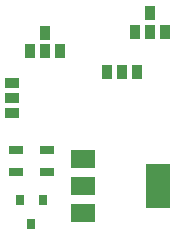
<source format=gbr>
G04 #@! TF.FileFunction,Paste,Bot*
%FSLAX46Y46*%
G04 Gerber Fmt 4.6, Leading zero omitted, Abs format (unit mm)*
G04 Created by KiCad (PCBNEW 4.0.6) date 12/07/19 10:46:54*
%MOMM*%
%LPD*%
G01*
G04 APERTURE LIST*
%ADD10C,0.100000*%
%ADD11R,0.970000X1.270000*%
%ADD12R,1.270000X0.970000*%
%ADD13R,2.000000X3.800000*%
%ADD14R,2.000000X1.500000*%
%ADD15R,0.800000X0.900000*%
%ADD16R,1.300000X0.700000*%
G04 APERTURE END LIST*
D10*
D11*
X146341000Y-72025000D03*
X147611000Y-72025000D03*
X148881000Y-72025000D03*
X147611000Y-70475000D03*
X155356000Y-73775000D03*
X154086000Y-73775000D03*
X152816000Y-73775000D03*
X155241000Y-70375000D03*
X156511000Y-70375000D03*
X157781000Y-70375000D03*
X156511000Y-68825000D03*
D12*
X144761000Y-77245000D03*
X144761000Y-75975000D03*
X144761000Y-74705000D03*
D13*
X157111000Y-83425000D03*
D14*
X150811000Y-83425000D03*
X150811000Y-81125000D03*
X150811000Y-85725000D03*
D15*
X145486000Y-84675000D03*
X147386000Y-84675000D03*
X146436000Y-86675000D03*
D16*
X147736000Y-80400000D03*
X147736000Y-82300000D03*
X145086000Y-82300000D03*
X145086000Y-80400000D03*
M02*

</source>
